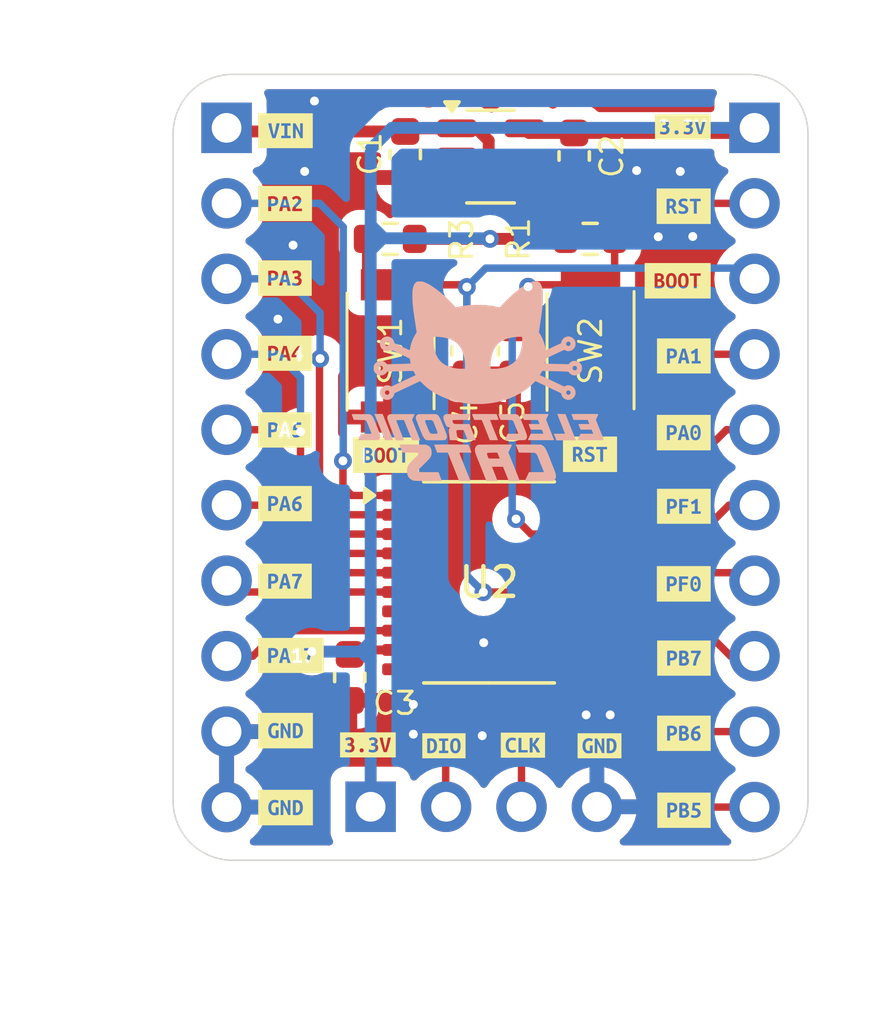
<source format=kicad_pcb>
(kicad_pcb (version 20240108) (generator "pcbnew") (generator_version "8.0")
  (layers (0 "F.Cu" signal) (31 "B.Cu" signal) (34 "B.Paste" user) (35 "F.Paste" user) (36 "B.SilkS" user "B.Silkscreen") (37 "F.SilkS" user "F.Silkscreen") (38 "B.Mask" user) (39 "F.Mask" user) (44 "Edge.Cuts" user))
  (net 0 "")
  (net 1 "VCC")
  (net 2 "GND")
  (net 3 "+3V3")
  (net 4 "/RST")
  (net 5 "/BOOT")
  (net 6 "/SWDIO")
  (net 7 "/SWCLK")
  (net 8 "/PA6")
  (net 9 "/PA5")
  (net 10 "/PA7")
  (net 11 "/PA4")
  (net 12 "/PA12")
  (net 13 "/PA2")
  (net 14 "/PA3")
  (net 15 "/PB6")
  (net 16 "/PB7")
  (net 17 "/PA0")
  (net 18 "/PF1")
  (net 19 "/PF0")
  (net 20 "/PA1")
  (net 21 "/PB5")
  (footprint "Connector_PinHeader_2.54mm:PinHeader_1x04_P2.54mm_Vertical" (layer "F.Cu") (at 85.4625 53.303375 90)
    (property "Reference" "J1" (hide yes))
    (property "Value" "SWD")
    (pad "1" thru_hole rect (at 0 0 90) (size 1.7 1.7) (drill 1) (layers "*.Cu" "*.Mask") (net 3 "+3V3"))
    (pad "2" thru_hole oval (at 0 2.54 90) (size 1.7 1.7) (drill 1) (layers "*.Cu" "*.Mask") (net 6 "/SWDIO"))
    (pad "3" thru_hole oval (at 0 5.08 90) (size 1.7 1.7) (drill 1) (layers "*.Cu" "*.Mask") (net 7 "/SWCLK"))
    (pad "4" thru_hole oval (at 0 7.62 90) (size 1.7 1.7) (drill 1) (layers "*.Cu" "*.Mask") (net 2 "GND"))
  )
  (footprint "kibuzzard-67B50C7B" (layer "F.Cu") (at 96.00748 40.71)
    (property "Reference" "kibuzzard-67B50C7B" (hide yes))
    (property "Value" "G***" (hide yes))
  )
  (footprint "kibuzzard-67B50C9F" (layer "F.Cu") (at 96.01475 53.42)
    (property "Reference" "kibuzzard-67B50C9F" (hide yes))
    (property "Value" "G***" (hide yes))
  )
  (footprint "kibuzzard-67B50C01" (layer "F.Cu") (at 82.581696 33)
    (property "Reference" "kibuzzard-67B50C01" (hide yes))
    (property "Value" "G***" (hide yes))
  )
  (footprint "Footprints:TS1088R02026" (layer "F.Cu") (at 86.1325 37.96 90)
    (property "Reference" "SW1" (at 0 0 90) (layer "F.SilkS") (effects (font (size 0.75 0.75) (thickness 0.1))))
    (property "Value" "RESET" (hide yes))
    (pad "1" smd rect (at -2.225 0 90) (size 1.05 2) (layers "F.Cu" "F.Paste" "F.Mask") (net 2 "GND"))
    (pad "2" smd rect (at 2.225 0 90) (size 1.05 2) (layers "F.Cu" "F.Paste" "F.Mask") (net 5 "/BOOT"))
  )
  (footprint "Footprints:TS1088R02026" (layer "F.Cu") (at 92.8675 37.96 90)
    (property "Reference" "SW2" (at 0 0 90) (layer "F.SilkS") (effects (font (size 0.75 0.75) (thickness 0.1))))
    (property "Value" "BOOT" (hide yes))
    (pad "1" smd rect (at -2.225 0 90) (size 1.05 2) (layers "F.Cu" "F.Paste" "F.Mask") (net 2 "GND"))
    (pad "2" smd rect (at 2.225 0 90) (size 1.05 2) (layers "F.Cu" "F.Paste" "F.Mask") (net 4 "/RST"))
  )
  (footprint "kibuzzard-67B50C92" (layer "F.Cu") (at 96.012326 48.3)
    (property "Reference" "kibuzzard-67B50C92" (hide yes))
    (property "Value" "G***" (hide yes))
  )
  (footprint "kibuzzard-67B50C05" (layer "F.Cu") (at 82.577254 35.51)
    (property "Reference" "kibuzzard-67B50C05" (hide yes))
    (property "Value" "G***" (hide yes))
  )
  (footprint "kibuzzard-646D3CA0" (layer "F.Cu") (at 93.17 51.25)
    (property "Reference" "kibuzzard-646D3CA0" (hide yes))
    (property "Value" "G***" (hide yes))
  )
  (footprint "Capacitor_SMD:C_0603_1608Metric" (layer "F.Cu") (at 88.7025 37.96 90)
    (property "Reference" "C4" (at -2.44 -0.0325 90) (layer "F.SilkS") (effects (font (size 0.75 0.75) (thickness 0.1))))
    (property "Value" "100nF")
    (pad "1" smd roundrect (at -0.775 0 90) (size 0.9 0.95) (layers "F.Cu" "F.Paste" "F.Mask") (net 2 "GND"))
    (pad "2" smd roundrect (at 0.775 0 90) (size 0.9 0.95) (layers "F.Cu" "F.Paste" "F.Mask") (net 5 "/BOOT"))
  )
  (footprint "Connector_PinHeader_2.54mm:PinHeader_1x10_P2.54mm_Vertical" (layer "F.Cu") (at 80.61 30.453375)
    (property "Reference" "J2" (hide yes))
    (property "Value" "Conn_01x10")
    (pad "1" thru_hole rect (at 0 0) (size 1.7 1.7) (drill 1) (layers "*.Cu" "*.Mask") (net 1 "VCC"))
    (pad "2" thru_hole oval (at 0 2.54) (size 1.7 1.7) (drill 1) (layers "*.Cu" "*.Mask") (net 13 "/PA2"))
    (pad "3" thru_hole oval (at 0 5.08) (size 1.7 1.7) (drill 1) (layers "*.Cu" "*.Mask") (net 14 "/PA3"))
    (pad "4" thru_hole oval (at 0 7.62) (size 1.7 1.7) (drill 1) (layers "*.Cu" "*.Mask") (net 11 "/PA4"))
    (pad "5" thru_hole oval (at 0 10.16) (size 1.7 1.7) (drill 1) (layers "*.Cu" "*.Mask") (net 9 "/PA5"))
    (pad "6" thru_hole oval (at 0 12.7) (size 1.7 1.7) (drill 1) (layers "*.Cu" "*.Mask") (net 8 "/PA6"))
    (pad "7" thru_hole oval (at 0 15.24) (size 1.7 1.7) (drill 1) (layers "*.Cu" "*.Mask") (net 10 "/PA7"))
    (pad "8" thru_hole oval (at 0 17.78) (size 1.7 1.7) (drill 1) (layers "*.Cu" "*.Mask") (net 12 "/PA12"))
    (pad "9" thru_hole oval (at 0 20.32) (size 1.7 1.7) (drill 1) (layers "*.Cu" "*.Mask") (net 2 "GND"))
    (pad "10" thru_hole oval (at 0 22.86) (size 1.7 1.7) (drill 1) (layers "*.Cu" "*.Mask") (net 2 "GND"))
  )
  (footprint "kibuzzard-67B50C75" (layer "F.Cu") (at 96.009903 38.13)
    (property "Reference" "kibuzzard-67B50C75" (hide yes))
    (property "Value" "G***" (hide yes))
  )
  (footprint "kibuzzard-67B50C29" (layer "F.Cu") (at 82.578062 45.71)
    (property "Reference" "kibuzzard-67B50C29" (hide yes))
    (property "Value" "G***" (hide yes))
  )
  (footprint "Capacitor_SMD:C_0603_1608Metric" (layer "F.Cu") (at 90.2725 37.96 90)
    (property "Reference" "C5" (at -2.41 -0.0225 90) (layer "F.SilkS") (effects (font (size 0.75 0.75) (thickness 0.1))))
    (property "Value" "100nF")
    (pad "1" smd roundrect (at -0.775 0 90) (size 0.9 0.95) (layers "F.Cu" "F.Paste" "F.Mask") (net 2 "GND"))
    (pad "2" smd roundrect (at 0.775 0 90) (size 0.9 0.95) (layers "F.Cu" "F.Paste" "F.Mask") (net 4 "/RST"))
  )
  (footprint "Resistor_SMD:R_0603_1608Metric" (layer "F.Cu") (at 86.12 34.19 180)
    (property "Reference" "R3" (at -2.4075 -0.03 90) (layer "F.SilkS") (effects (font (size 0.75 0.75) (thickness 0.1))))
    (property "Value" "10K")
    (pad "1" smd roundrect (at -0.825 0 180) (size 0.8 0.95) (layers "F.Cu" "F.Paste" "F.Mask") (net 3 "+3V3"))
    (pad "2" smd roundrect (at 0.825 0 180) (size 0.8 0.95) (layers "F.Cu" "F.Paste" "F.Mask") (net 5 "/BOOT"))
  )
  (footprint "kibuzzard-67B50C61" (layer "F.Cu") (at 96.003441 33.09)
    (property "Reference" "kibuzzard-67B50C61" (hide yes))
    (property "Value" "G***" (hide yes))
  )
  (footprint "kibuzzard-67B50BE4" (layer "F.Cu") (at 82.597044 53.33)
    (property "Reference" "kibuzzard-67B50BE4" (hide yes))
    (property "Value" "G***" (hide yes))
  )
  (footprint "kibuzzard-67B50C10" (layer "F.Cu") (at 82.575638 40.62)
    (property "Reference" "kibuzzard-67B50C10" (hide yes))
    (property "Value" "G***" (hide yes))
  )
  (footprint "kibuzzard-67B50C98" (layer "F.Cu") (at 96.011519 50.83)
    (property "Reference" "kibuzzard-67B50C98" (hide yes))
    (property "Value" "G***" (hide yes))
  )
  (footprint "Package_TO_SOT_SMD:SOT-23-5" (layer "F.Cu") (at 89.5 31.42)
    (property "Reference" "U1" (hide yes))
    (property "Value" "XC6220B331MR-G")
    (pad "1" smd roundrect (at -1.1375 -0.95) (size 1.325 0.6) (layers "F.Cu" "F.Paste" "F.Mask") (net 1 "VCC"))
    (pad "2" smd roundrect (at -1.1375 0) (size 1.325 0.6) (layers "F.Cu" "F.Paste" "F.Mask") (net 2 "GND"))
    (pad "3" smd roundrect (at -1.1375 0.95) (size 1.325 0.6) (layers "F.Cu" "F.Paste" "F.Mask") (net 1 "VCC"))
    (pad "4" smd roundrect (at 1.1375 0.95) (size 1.325 0.6) (layers "F.Cu" "F.Paste" "F.Mask"))
    (pad "5" smd roundrect (at 1.1375 -0.95) (size 1.325 0.6) (layers "F.Cu" "F.Paste" "F.Mask") (net 3 "+3V3"))
  )
  (footprint "kibuzzard-67B50C66" (layer "F.Cu") (at 95.801503 35.6)
    (property "Reference" "kibuzzard-67B50C66" (hide yes))
    (property "Value" "G***" (hide yes))
  )
  (footprint "kibuzzard-646D3CFD" (layer "F.Cu") (at 95.975835 30.42)
    (property "Reference" "kibuzzard-646D3CFD" (hide yes))
    (property "Value" "G***" (hide yes))
  )
  (footprint "Resistor_SMD:R_0603_1608Metric" (layer "F.Cu") (at 92.855 34.19)
    (property "Reference" "R1" (at -2.4175 0.01 90) (layer "F.SilkS") (effects (font (size 0.75 0.75) (thickness 0.1))))
    (property "Value" "10K")
    (pad "1" smd roundrect (at -0.825 0) (size 0.8 0.95) (layers "F.Cu" "F.Paste" "F.Mask") (net 3 "+3V3"))
    (pad "2" smd roundrect (at 0.825 0) (size 0.8 0.95) (layers "F.Cu" "F.Paste" "F.Mask") (net 4 "/RST"))
  )
  (footprint "kibuzzard-67B50C8C" (layer "F.Cu") (at 96.00748 45.8)
    (property "Reference" "kibuzzard-67B50C8C" (hide yes))
    (property "Value" "G***" (hide yes))
  )
  (footprint "Package_SO:TSSOP-20_4.4x6.5mm_P0.65mm" (layer "F.Cu") (at 89.45 45.75)
    (property "Reference" "U2" (at 0 0 0) (layer "F.SilkS"))
    (property "Value" "PY32F030F28P6TU")
    (pad "1" smd roundrect (at -2.8625 -2.925) (size 1.475 0.4) (layers "F.Cu" "F.Paste" "F.Mask") (net 13 "/PA2"))
    (pad "2" smd roundrect (at -2.8625 -2.275) (size 1.475 0.4) (layers "F.Cu" "F.Paste" "F.Mask") (net 14 "/PA3"))
    (pad "3" smd roundrect (at -2.8625 -1.625) (size 1.475 0.4) (layers "F.Cu" "F.Paste" "F.Mask") (net 11 "/PA4"))
    (pad "4" smd roundrect (at -2.8625 -0.975) (size 1.475 0.4) (layers "F.Cu" "F.Paste" "F.Mask") (net 9 "/PA5"))
    (pad "5" smd roundrect (at -2.8625 -0.325) (size 1.475 0.4) (layers "F.Cu" "F.Paste" "F.Mask") (net 8 "/PA6"))
    (pad "6" smd roundrect (at -2.8625 0.325) (size 1.475 0.4) (layers "F.Cu" "F.Paste" "F.Mask") (net 10 "/PA7"))
    (pad "7" smd roundrect (at -2.8625 0.975) (size 1.475 0.4) (layers "F.Cu" "F.Paste" "F.Mask") (net 2 "GND"))
    (pad "8" smd roundrect (at -2.8625 1.625) (size 1.475 0.4) (layers "F.Cu" "F.Paste" "F.Mask") (net 12 "/PA12"))
    (pad "9" smd roundrect (at -2.8625 2.275) (size 1.475 0.4) (layers "F.Cu" "F.Paste" "F.Mask") (net 3 "+3V3"))
    (pad "10" smd roundrect (at -2.8625 2.925) (size 1.475 0.4) (layers "F.Cu" "F.Paste" "F.Mask") (net 6 "/SWDIO"))
    (pad "11" smd roundrect (at 2.8625 2.925) (size 1.475 0.4) (layers "F.Cu" "F.Paste" "F.Mask") (net 7 "/SWCLK"))
    (pad "12" smd roundrect (at 2.8625 2.275) (size 1.475 0.4) (layers "F.Cu" "F.Paste" "F.Mask") (net 21 "/PB5"))
    (pad "13" smd roundrect (at 2.8625 1.625) (size 1.475 0.4) (layers "F.Cu" "F.Paste" "F.Mask") (net 15 "/PB6"))
    (pad "14" smd roundrect (at 2.8625 0.975) (size 1.475 0.4) (layers "F.Cu" "F.Paste" "F.Mask") (net 16 "/PB7"))
    (pad "15" smd roundrect (at 2.8625 0.325) (size 1.475 0.4) (layers "F.Cu" "F.Paste" "F.Mask") (net 5 "/BOOT"))
    (pad "16" smd roundrect (at 2.8625 -0.325) (size 1.475 0.4) (layers "F.Cu" "F.Paste" "F.Mask") (net 19 "/PF0"))
    (pad "17" smd roundrect (at 2.8625 -0.975) (size 1.475 0.4) (layers "F.Cu" "F.Paste" "F.Mask") (net 18 "/PF1"))
    (pad "18" smd roundrect (at 2.8625 -1.625) (size 1.475 0.4) (layers "F.Cu" "F.Paste" "F.Mask") (net 4 "/RST"))
    (pad "19" smd roundrect (at 2.8625 -2.275) (size 1.475 0.4) (layers "F.Cu" "F.Paste" "F.Mask") (net 17 "/PA0"))
    (pad "20" smd roundrect (at 2.8625 -2.925) (size 1.475 0.4) (layers "F.Cu" "F.Paste" "F.Mask") (net 20 "/PA1"))
  )
  (footprint "kibuzzard-646D3CFD" (layer "F.Cu") (at 85.37 51.22)
    (property "Reference" "kibuzzard-646D3CFD" (hide yes))
    (property "Value" "G***" (hide yes))
  )
  (footprint "kibuzzard-67B50CD8" (layer "F.Cu") (at 85.98 41.47)
    (property "Reference" "kibuzzard-67B50CD8" (hide yes))
    (property "Value" "G***" (hide yes))
  )
  (footprint "Connector_PinHeader_2.54mm:PinHeader_1x10_P2.54mm_Vertical" (layer "F.Cu") (at 98.39 30.453375)
    (property "Reference" "J3" (hide yes))
    (property "Value" "Conn_01x10")
    (pad "1" thru_hole rect (at 0 0) (size 1.7 1.7) (drill 1) (layers "*.Cu" "*.Mask") (net 3 "+3V3"))
    (pad "2" thru_hole oval (at 0 2.54) (size 1.7 1.7) (drill 1) (layers "*.Cu" "*.Mask") (net 4 "/RST"))
    (pad "3" thru_hole oval (at 0 5.08) (size 1.7 1.7) (drill 1) (layers "*.Cu" "*.Mask") (net 5 "/BOOT"))
    (pad "4" thru_hole oval (at 0 7.62) (size 1.7 1.7) (drill 1) (layers "*.Cu" "*.Mask") (net 20 "/PA1"))
    (pad "5" thru_hole oval (at 0 10.16) (size 1.7 1.7) (drill 1) (layers "*.Cu" "*.Mask") (net 17 "/PA0"))
    (pad "6" thru_hole oval (at 0 12.7) (size 1.7 1.7) (drill 1) (layers "*.Cu" "*.Mask") (net 18 "/PF1"))
    (pad "7" thru_hole oval (at 0 15.24) (size 1.7 1.7) (drill 1) (layers "*.Cu" "*.Mask") (net 19 "/PF0"))
    (pad "8" thru_hole oval (at 0 17.78) (size 1.7 1.7) (drill 1) (layers "*.Cu" "*.Mask") (net 16 "/PB7"))
    (pad "9" thru_hole oval (at 0 20.32) (size 1.7 1.7) (drill 1) (layers "*.Cu" "*.Mask") (net 15 "/PB6"))
    (pad "10" thru_hole oval (at 0 22.86) (size 1.7 1.7) (drill 1) (layers "*.Cu" "*.Mask") (net 21 "/PB5"))
  )
  (footprint "kibuzzard-67B50C0B" (layer "F.Cu") (at 82.586947 38.04)
    (property "Reference" "kibuzzard-67B50C0B" (hide yes))
    (property "Value" "G***" (hide yes))
  )
  (footprint "Capacitor_SMD:C_0603_1608Metric" (layer "F.Cu") (at 86.6275 31.35 -90)
    (property "Reference" "C1" (at -0.02 1.1875 90) (layer "F.SilkS") (effects (font (size 0.75 0.75) (thickness 0.1))))
    (property "Value" "10uF")
    (pad "1" smd roundrect (at -0.775 0 270) (size 0.9 0.95) (layers "F.Cu" "F.Paste" "F.Mask") (net 1 "VCC"))
    (pad "2" smd roundrect (at 0.775 0 270) (size 0.9 0.95) (layers "F.Cu" "F.Paste" "F.Mask") (net 2 "GND"))
  )
  (footprint "kibuzzard-646D3CAB" (layer "F.Cu") (at 87.93 51.25)
    (property "Reference" "kibuzzard-646D3CAB" (hide yes))
    (property "Value" "G***" (hide yes))
  )
  (footprint "Capacitor_SMD:C_0603_1608Metric" (layer "F.Cu") (at 84.76 48.95 -90)
    (property "Reference" "C3" (at 0.87 -1.51 180) (layer "F.SilkS") (effects (font (size 0.75 0.75) (thickness 0.1))))
    (property "Value" "10uF")
    (pad "1" smd roundrect (at -0.775 0 270) (size 0.9 0.95) (layers "F.Cu" "F.Paste" "F.Mask") (net 3 "+3V3"))
    (pad "2" smd roundrect (at 0.775 0 270) (size 0.9 0.95) (layers "F.Cu" "F.Paste" "F.Mask") (net 2 "GND"))
  )
  (footprint "Capacitor_SMD:C_0603_1608Metric" (layer "F.Cu") (at 92.3175 31.4 -90)
    (property "Reference" "C2" (at 0.01 -1.2625 270) (layer "F.SilkS") (effects (font (size 0.75 0.75) (thickness 0.1))))
    (property "Value" "10uF")
    (pad "1" smd roundrect (at -0.775 0 270) (size 0.9 0.95) (layers "F.Cu" "F.Paste" "F.Mask") (net 3 "+3V3"))
    (pad "2" smd roundrect (at 0.775 0 270) (size 0.9 0.95) (layers "F.Cu" "F.Paste" "F.Mask") (net 2 "GND"))
  )
  (footprint "kibuzzard-67B50BF3" (layer "F.Cu") (at 82.595024 30.55)
    (property "Reference" "kibuzzard-67B50BF3" (hide yes))
    (property "Value" "G***" (hide yes))
  )
  (footprint "kibuzzard-67B50C2D" (layer "F.Cu") (at 82.78 48.21)
    (property "Reference" "kibuzzard-67B50C2D" (hide yes))
    (property "Value" "G***" (hide yes))
  )
  (footprint "kibuzzard-67B50BE9" (layer "F.Cu") (at 82.597044 50.74)
    (property "Reference" "kibuzzard-67B50BE9" (hide yes))
    (property "Value" "G***" (hide yes))
  )
  (footprint "kibuzzard-646D3CBC" (layer "F.Cu") (at 90.59 51.23)
    (property "Reference" "kibuzzard-646D3CBC" (hide yes))
    (property "Value" "G***" (hide yes))
  )
  (footprint "kibuzzard-67B50C80" (layer "F.Cu") (at 96.009903 43.19)
    (property "Reference" "kibuzzard-67B50C80" (hide yes))
    (property "Value" "G***" (hide yes))
  )
  (footprint "kibuzzard-67B50C14" (layer "F.Cu") (at 82.578869 43.1)
    (property "Reference" "kibuzzard-67B50C14" (hide yes))
    (property "Value" "G***" (hide yes))
  )
  (footprint "kibuzzard-67B50CE1" (layer "F.Cu") (at 92.85 41.44)
    (property "Reference" "kibuzzard-67B50CE1" (hide yes))
    (property "Value" "G***" (hide yes))
  )
  (footprint "Aesthetics:electronic_cats_logo_8x6" (layer "B.Cu") (at 89.07 38.98 180)
    (property "Reference" "G***" (hide yes))
    (property "Value" "LOGO" (hide yes))
  )
  (gr_arc (start 78.81 30.653375) (mid 79.395786 29.239161) (end 80.81 28.653375) (stroke (width 0.05)) (layer "Edge.Cuts"))
  (gr_line (start 78.81 53.103375) (end 78.81 30.653375) (stroke (width 0.05)) (layer "Edge.Cuts"))
  (gr_arc (start 80.81 55.103375) (mid 79.395786 54.517589) (end 78.81 53.103375) (stroke (width 0.05)) (layer "Edge.Cuts"))
  (gr_arc (start 100.19 53.103375) (mid 99.604214 54.517589) (end 98.19 55.103375) (stroke (width 0.05)) (layer "Edge.Cuts"))
  (gr_line (start 98.19 55.103375) (end 80.81 55.103375) (stroke (width 0.05)) (layer "Edge.Cuts"))
  (gr_arc (start 98.19 28.653375) (mid 99.604214 29.239161) (end 100.19 30.653375) (stroke (width 0.05)) (layer "Edge.Cuts"))
  (gr_line (start 100.19 30.653375) (end 100.19 53.103375) (stroke (width 0.05)) (layer "Edge.Cuts"))
  (gr_line (start 80.81 28.653375) (end 98.19 28.653375) (stroke (width 0.05)) (layer "Edge.Cuts"))
  (segment (start 86.7325 30.47) (end 86.6275 30.575) (width 0.4) (layer "F.Cu") (net 1))
  (segment (start 89.024999 30.47) (end 89.4375 30.882501) (width 0.4) (layer "F.Cu") (net 1))
  (segment (start 89.024999 32.37) (end 88.3625 32.37) (width 0.4) (layer "F.Cu") (net 1))
  (segment (start 88.3625 30.47) (end 86.7325 30.47) (width 0.4) (layer "F.Cu") (net 1))
  (segment (start 86.515875 30.463375) (end 86.6275 30.575) (width 0.4) (layer "F.Cu") (net 1))
  (segment (start 80.731625 30.575) (end 80.61 30.453375) (width 0.4) (layer "F.Cu") (net 1))
  (segment (start 89.4375 30.882501) (end 89.4375 31.957499) (width 0.4) (layer "F.Cu") (net 1))
  (segment (start 86.6275 30.575) (end 80.731625 30.575) (width 0.4) (layer "F.Cu") (net 1))
  (segment (start 80.754626 30.308749) (end 80.61 30.453375) (width 0.4) (layer "F.Cu") (net 1))
  (segment (start 89.4375 31.957499) (end 89.024999 32.37) (width 0.4) (layer "F.Cu") (net 1))
  (segment (start 88.3625 30.47) (end 89.024999 30.47) (width 0.4) (layer "F.Cu") (net 1))
  (segment (start 88.055 46.725) (end 88.07 46.74) (width 0.25) (layer "F.Cu") (net 2))
  (segment (start 86.5875 46.725) (end 88.055 46.725) (width 0.25) (layer "F.Cu") (net 2))
  (segment (start 86.6275 32.125) (end 87.3325 31.42) (width 0.4) (layer "F.Cu") (net 2))
  (segment (start 87.3325 31.42) (end 88.3625 31.42) (width 0.4) (layer "F.Cu") (net 2))
  (via (at 95.15 34.12) (size 0.6) (drill 0.3) (layers "F.Cu" "B.Cu") (net 2))
  (via (at 96.31 34.11) (size 0.6) (drill 0.3) (layers "F.Cu" "B.Cu") (net 2))
  (via (at 94.42 31.89) (size 0.6) (drill 0.3) (layers "F.Cu" "B.Cu") (net 2))
  (via (at 86.9 49.86) (size 0.6) (drill 0.3) (layers "F.Cu" "B.Cu") (net 2))
  (via (at 93.53 50.21) (size 0.6) (drill 0.3) (layers "F.Cu" "B.Cu") (net 2))
  (via (at 82.34 36.89) (size 0.6) (drill 0.3) (layers "F.Cu" "B.Cu") (net 2))
  (via (at 89.22 50.91) (size 0.6) (drill 0.3) (layers "F.Cu" "B.Cu") (net 2))
  (via (at 82.85 34.4) (size 0.6) (drill 0.3) (layers "F.Cu" "B.Cu") (net 2))
  (via (at 86.9 50.86) (size 0.6) (drill 0.3) (layers "F.Cu" "B.Cu") (net 2))
  (via (at 83.57 29.55) (size 0.6) (drill 0.3) (layers "F.Cu" "B.Cu") (net 2))
  (via (at 95.89 31.92) (size 0.6) (drill 0.3) (layers "F.Cu" "B.Cu") (net 2))
  (via (at 89.27 47.78) (size 0.6) (drill 0.3) (layers "F.Cu" "B.Cu") (net 2))
  (via (at 92.72 50.21) (size 0.6) (drill 0.3) (layers "F.Cu" "B.Cu") (net 2))
  (via (at 83.24 31.92) (size 0.6) (drill 0.3) (layers "F.Cu" "B.Cu") (net 2))
  (segment (start 92.03 34.19) (end 89.48 34.19) (width 0.4) (layer "F.Cu") (net 3))
  (segment (start 89.19 34.19) (end 86.945 34.19) (width 0.4) (layer "F.Cu") (net 3))
  (segment (start 92.3175 30.625) (end 98.218375 30.625) (width 0.4) (layer "F.Cu") (net 3))
  (segment (start 86.5875 48.025) (end 84.91 48.025) (width 0.3) (layer "F.Cu") (net 3))
  (segment (start 84.91 48.025) (end 84.76 48.175) (width 0.3) (layer "F.Cu") (net 3))
  (segment (start 92.412126 30.719626) (end 92.3175 30.625) (width 0.4) (layer "F.Cu") (net 3))
  (segment (start 84.665 48.08) (end 83.48 48.08) (width 0.3) (layer "F.Cu") (net 3))
  (segment (start 90.7925 30.625) (end 90.6375 30.47) (width 0.4) (layer "F.Cu") (net 3))
  (segment (start 89.48 34.19) (end 89.19 34.19) (width 0.4) (layer "F.Cu") (net 3))
  (segment (start 98.218375 30.625) (end 98.39 30.453375) (width 0.4) (layer "F.Cu") (net 3))
  (segment (start 92.3175 30.625) (end 90.7925 30.625) (width 0.4) (layer "F.Cu") (net 3))
  (segment (start 85.4625 53.303375) (end 85.2 53.040875) (width 0.4) (layer "F.Cu") (net 3))
  (segment (start 84.76 48.175) (end 84.665 48.08) (width 0.3) (layer "F.Cu") (net 3))
  (via (at 89.48 34.19) (size 0.6) (drill 0.3) (layers "F.Cu" "B.Cu") (net 3))
  (via (at 83.48 48.08) (size 0.6) (drill 0.3) (layers "F.Cu" "B.Cu") (net 3))
  (segment (start 85.4625 33.75) (end 85.49 33.75) (width 0.4) (layer "B.Cu") (net 3))
  (segment (start 85.8725 34.17) (end 85.4625 34.58) (width 0.4) (layer "B.Cu") (net 3))
  (segment (start 85.4525 48.08) (end 85.4625 48.09) (width 0.4) (layer "B.Cu") (net 3))
  (segment (start 85.91 34.17) (end 85.8725 34.17) (width 0.4) (layer "B.Cu") (net 3))
  (segment (start 85.1325 48.08) (end 85.4625 47.75) (width 0.4) (layer "B.Cu") (net 3))
  (segment (start 85.4625 34.58) (end 85.4625 34.17) (width 0.4) (layer "B.Cu") (net 3))
  (segment (start 85.91 34.17) (end 89.46 34.17) (width 0.4) (layer "B.Cu") (net 3))
  (segment (start 85.08 48.08) (end 85.4525 48.08) (width 0.4) (layer "B.Cu") (net 3))
  (segment (start 89.46 34.17) (end 89.48 34.19) (width 0.4) (layer "B.Cu") (net 3))
  (segment (start 85.4625 33.75) (end 85.4625 31.1675) (width 0.4) (layer "B.Cu") (net 3))
  (segment (start 85.4625 47.75) (end 85.4625 34.58) (width 0.4) (layer "B.Cu") (net 3))
  (segment (start 85.49 33.75) (end 85.91 34.17) (width 0.4) (layer "B.Cu") (net 3))
  (segment (start 83.48 48.08) (end 85.08 48.08) (width 0.4) (layer "B.Cu") (net 3))
  (segment (start 85.4625 53.303375) (end 85.4625 48.39) (width 0.4) (layer "B.Cu") (net 3))
  (segment (start 85.4625 34.17) (end 85.4625 33.75) (width 0.4) (layer "B.Cu") (net 3))
  (segment (start 85.4625 34.17) (end 85.91 34.17) (width 0.4) (layer "B.Cu") (net 3))
  (segment (start 85.08 48.08) (end 85.1325 48.08) (width 0.4) (layer "B.Cu") (net 3))
  (segment (start 85.4625 48.39) (end 85.4625 47.75) (width 0.4) (layer "B.Cu") (net 3))
  (segment (start 85.4625 31.1675) (end 86.176625 30.453375) (width 0.4) (layer "B.Cu") (net 3))
  (segment (start 86.176625 30.453375) (end 98.39 30.453375) (width 0.4) (layer "B.Cu") (net 3))
  (segment (start 85.1325 48.08) (end 85.1525 48.08) (width 0.4) (layer "B.Cu") (net 3))
  (segment (start 85.1525 48.08) (end 85.4625 48.39) (width 0.4) (layer "B.Cu") (net 3))
  (segment (start 90.765 35.8) (end 90.83 35.735) (width 0.25) (layer "F.Cu") (net 4))
  (segment (start 94.463375 33.016625) (end 94.463375 32.993375) (width 0.25) (layer "F.Cu") (net 4))
  (segment (start 90.765 35.8) (end 90.2725 36.2925) (width 0.25) (layer "F.Cu") (net 4))
  (segment (start 92.3125 44.125) (end 90.865 44.125) (width 0.25) (layer "F.Cu") (net 4))
  (segment (start 93.68 34.19) (end 93.68 33.8) (width 0.25) (layer "F.Cu") (net 4))
  (segment (start 94.463375 32.993375) (end 98.39 32.993375) (width 0.25) (layer "F.Cu") (net 4))
  (segment (start 93.68 33.8) (end 94.463375 33.016625) (width 0.25) (layer "F.Cu") (net 4))
  (segment (start 90.2725 36.2925) (end 90.2725 37.185) (width 0.25) (layer "F.Cu") (net 4))
  (segment (start 93.68 35.735) (end 93.68 34.19) (width 0.25) (layer "F.Cu") (net 4))
  (segment (start 90.865 44.125) (end 90.36 43.62) (width 0.25) (layer "F.Cu") (net 4))
  (segment (start 90.83 35.735) (end 92.8675 35.735) (width 0.25) (layer "F.Cu") (net 4))
  (segment (start 92.8675 35.735) (end 93.68 35.735) (width 0.25) (layer "F.Cu") (net 4))
  (via (at 90.36 43.62) (size 0.6) (drill 0.3) (layers "F.Cu" "B.Cu") (net 4))
  (via (at 90.765 35.8) (size 0.6) (drill 0.3) (layers "F.Cu" "B.Cu") (net 4))
  (segment (start 90.23 36.335) (end 90.23 43.49) (width 0.25) (layer "B.Cu") (net 4))
  (segment (start 90.765 35.8) (end 90.23 36.335) (width 0.25) (layer "B.Cu") (net 4))
  (segment (start 90.23 43.49) (end 90.36 43.62) (width 0.25) (layer "B.Cu") (net 4))
  (segment (start 86.1325 35.735) (end 88.6275 35.735) (width 0.25) (layer "F.Cu") (net 5))
  (segment (start 88.6275 35.735) (end 88.7025 35.81) (width 0.25) (layer "F.Cu") (net 5))
  (segment (start 89.265 46.075) (end 92.3125 46.075) (width 0.25) (layer "F.Cu") (net 5))
  (segment (start 85.295 34.19) (end 85.295 35.735) (width 0.25) (layer "F.Cu") (net 5))
  (segment (start 88.7025 35.81) (end 88.7025 37.185) (width 0.25) (layer "F.Cu") (net 5))
  (segment (start 85.295 35.735) (end 86.1325 35.735) (width 0.25) (layer "F.Cu") (net 5))
  (segment (start 89.26 46.08) (end 89.265 46.075) (width 0.25) (layer "F.Cu") (net 5))
  (via (at 88.7025 35.81) (size 0.6) (drill 0.3) (layers "F.Cu" "B.Cu") (net 5))
  (via (at 89.26 46.08) (size 0.6) (drill 0.3) (layers "F.Cu" "B.Cu") (net 5))
  (segment (start 88.7025 35.81) (end 89.3375 35.175) (width 0.25) (layer "B.Cu") (net 5))
  (segment (start 88.7025 35.81) (end 88.7025 45.5225) (width 0.25) (layer "B.Cu") (net 5))
  (segment (start 88.7025 45.5225) (end 89.26 46.08) (width 0.25) (layer "B.Cu") (net 5))
  (segment (start 98.031625 35.175) (end 98.39 35.533375) (width 0.25) (layer "B.Cu") (net 5))
  (segment (start 89.3375 35.175) (end 98.031625 35.175) (width 0.25) (layer "B.Cu") (net 5))
  (segment (start 86.5875 48.675) (end 87.625 48.675) (width 0.25) (layer "F.Cu") (net 6))
  (segment (start 87.99 53.290875) (end 88.0025 53.303375) (width 0.25) (layer "F.Cu") (net 6))
  (segment (start 87.99 49.04) (end 87.99 53.290875) (width 0.25) (layer "F.Cu") (net 6))
  (segment (start 87.625 48.675) (end 87.99 49.04) (width 0.25) (layer "F.Cu") (net 6))
  (segment (start 90.5425 49.3175) (end 91.185 48.675) (width 0.25) (layer "F.Cu") (net 7))
  (segment (start 90.5425 53.100875) (end 90.5425 49.3175) (width 0.25) (layer "F.Cu") (net 7))
  (segment (start 90.34 53.303375) (end 90.5425 53.100875) (width 0.25) (layer "F.Cu") (net 7))
  (segment (start 91.185 48.675) (end 92.3125 48.675) (width 0.25) (layer "F.Cu") (net 7))
  (segment (start 82.455 45.425) (end 81.95 44.92) (width 0.25) (layer "F.Cu") (net 8))
  (segment (start 86.5875 45.425) (end 82.455 45.425) (width 0.25) (layer "F.Cu") (net 8))
  (segment (start 81.723375 43.153375) (end 80.61 43.153375) (width 0.25) (layer "F.Cu") (net 8))
  (segment (start 81.95 44.92) (end 81.95 43.38) (width 0.25) (layer "F.Cu") (net 8))
  (segment (start 81.95 43.38) (end 81.723375 43.153375) (width 0.25) (layer "F.Cu") (net 8))
  (segment (start 86.5875 44.775) (end 83.325 44.775) (width 0.25) (layer "F.Cu") (net 9))
  (segment (start 82.55 44) (end 82.55 41.42) (width 0.25) (layer "F.Cu") (net 9))
  (segment (start 81.743375 40.613375) (end 80.61 40.613375) (width 0.25) (layer "F.Cu") (net 9))
  (segment (start 82.55 41.42) (end 81.743375 40.613375) (width 0.25) (layer "F.Cu") (net 9))
  (segment (start 83.325 44.775) (end 82.55 44) (width 0.25) (layer "F.Cu") (net 9))
  (segment (start 86.5875 46.075) (end 80.991625 46.075) (width 0.25) (layer "F.Cu") (net 10))
  (segment (start 80.991625 46.075) (end 80.61 45.693375) (width 0.25) (layer "F.Cu") (net 10))
  (segment (start 83.1 40.68) (end 83.1 43.39) (width 0.25) (layer "F.Cu") (net 11))
  (segment (start 83.1 43.39) (end 83.835 44.125) (width 0.25) (layer "F.Cu") (net 11))
  (segment (start 83.835 44.125) (end 86.5875 44.125) (width 0.25) (layer "F.Cu") (net 11))
  (via (at 83.1 40.68) (size 0.6) (drill 0.3) (layers "F.Cu" "B.Cu") (net 11))
  (segment (start 82.323375 38.073375) (end 80.61 38.073375) (width 0.25) (layer "B.Cu") (net 11))
  (segment (start 83.1 38.85) (end 82.323375 38.073375) (width 0.25) (layer "B.Cu") (net 11))
  (segment (start 83.1 40.68) (end 83.1 38.85) (width 0.25) (layer "B.Cu") (net 11))
  (segment (start 82.355 47.375) (end 81.496625 48.233375) (width 0.25) (layer "F.Cu") (net 12))
  (segment (start 81.496625 48.233375) (end 80.61 48.233375) (width 0.25) (layer "F.Cu") (net 12))
  (segment (start 86.5875 47.375) (end 82.355 47.375) (width 0.25) (layer "F.Cu") (net 12))
  (segment (start 84.53 41.66) (end 84.53 42.53) (width 0.25) (layer "F.Cu") (net 13))
  (segment (start 84.53 42.53) (end 84.825 42.825) (width 0.25) (layer "F.Cu") (net 13))
  (segment (start 84.825 42.825) (end 86.5875 42.825) (width 0.25) (layer "F.Cu") (net 13))
  (via (at 84.53 41.66) (size 0.6) (drill 0.3) (layers "F.Cu" "B.Cu") (net 13))
  (segment (start 84.53 41.66) (end 84.54 41.65) (width 0.25) (layer "B.Cu") (net 13))
  (segment (start 83.743375 32.993375) (end 80.61 32.993375) (width 0.25) (layer "B.Cu") (net 13))
  (segment (start 84.54 33.79) (end 83.743375 32.993375) (width 0.25) (layer "B.Cu") (net 13))
  (segment (start 84.54 41.65) (end 84.54 33.79) (width 0.25) (layer "B.Cu") (net 13))
  (segment (start 84.395 43.475) (end 86.5875 43.475) (width 0.25) (layer "F.Cu") (net 14))
  (segment (start 83.74 42.82) (end 84.395 43.475) (width 0.25) (layer "F.Cu") (net 14))
  (segment (start 83.76 38.22) (end 83.74 38.24) (width 0.25) (layer "F.Cu") (net 14))
  (segment (start 83.74 38.24) (end 83.74 42.82) (width 0.25) (layer "F.Cu") (net 14))
  (via (at 83.76 38.22) (size 0.6) (drill 0.3) (layers "F.Cu" "B.Cu") (net 14))
  (segment (start 83.76 36.68) (end 82.613375 35.533375) (width 0.25) (layer "B.Cu") (net 14))
  (segment (start 82.613375 35.533375) (end 80.61 35.533375) (width 0.25) (layer "B.Cu") (net 14))
  (segment (start 83.76 38.22) (end 83.76 36.68) (width 0.25) (layer "B.Cu") (net 14))
  (segment (start 92.3125 47.375) (end 94.995 47.375) (width 0.25) (layer "F.Cu") (net 15))
  (segment (start 96.21 50.06) (end 96.923375 50.773375) (width 0.25) (layer "F.Cu") (net 15))
  (segment (start 96.923375 50.773375) (end 98.39 50.773375) (width 0.25) (layer "F.Cu") (net 15))
  (segment (start 96.21 48.59) (end 96.21 50.06) (width 0.25) (layer "F.Cu") (net 15))
  (segment (start 94.995 47.375) (end 96.21 48.59) (width 0.25) (layer "F.Cu") (net 15))
  (segment (start 92.3125 46.725) (end 96.075 46.725) (width 0.25) (layer "F.Cu") (net 16))
  (segment (start 97.583375 48.233375) (end 98.39 48.233375) (width 0.25) (layer "F.Cu") (net 16))
  (segment (start 96.075 46.725) (end 97.583375 48.233375) (width 0.25) (layer "F.Cu") (net 16))
  (segment (start 95.675 43.475) (end 96.55 42.6) (width 0.25) (layer "F.Cu") (net 17))
  (segment (start 92.3125 43.475) (end 95.675 43.475) (width 0.25) (layer "F.Cu") (net 17))
  (segment (start 96.55 42.6) (end 96.55 41.51) (width 0.25) (layer "F.Cu") (net 17))
  (segment (start 97.446625 40.613375) (end 98.39 40.613375) (width 0.25) (layer "F.Cu") (net 17))
  (segment (start 96.55 41.51) (end 97.446625 40.613375) (width 0.25) (layer "F.Cu") (net 17))
  (segment (start 95.905 44.775) (end 97.526625 43.153375) (width 0.25) (layer "F.Cu") (net 18))
  (segment (start 92.3125 44.775) (end 95.905 44.775) (width 0.25) (layer "F.Cu") (net 18))
  (segment (start 97.526625 43.153375) (end 98.39 43.153375) (width 0.25) (layer "F.Cu") (net 18))
  (segment (start 98.108375 45.425) (end 98.383375 45.7) (width 0.25) (layer "F.Cu") (net 19))
  (segment (start 98.383375 45.7) (end 98.39 45.693375) (width 0.25) (layer "F.Cu") (net 19))
  (segment (start 92.3125 45.425) (end 98.108375 45.425) (width 0.25) (layer "F.Cu") (net 19))
  (segment (start 96.526625 38.073375) (end 98.39 38.073375) (width 0.25) (layer "F.Cu") (net 20))
  (segment (start 95.7 41.94) (end 95.7 38.9) (width 0.25) (layer "F.Cu") (net 20))
  (segment (start 92.3125 42.825) (end 94.815 42.825) (width 0.25) (layer "F.Cu") (net 20))
  (segment (start 95.7 38.9) (end 96.526625 38.073375) (width 0.25) (layer "F.Cu") (net 20))
  (segment (start 94.815 42.825) (end 95.7 41.94) (width 0.25) (layer "F.Cu") (net 20))
  (segment (start 94.825 48.025) (end 95.49 48.69) (width 0.25) (layer "F.Cu") (net 21))
  (segment (start 95.49 52.45) (end 96.353375 53.313375) (width 0.25) (layer "F.Cu") (net 21))
  (segment (start 96.353375 53.313375) (end 98.39 53.313375) (width 0.25) (layer "F.Cu") (net 21))
  (segment (start 95.49 48.69) (end 95.49 52.45) (width 0.25) (layer "F.Cu") (net 21))
  (segment (start 92.3125 48.025) (end 94.825 48.025) (width 0.25) (layer "F.Cu") (net 21))
  (zone (net 2) (net_name "GND") (layers "F&B.Cu") (connect_pads (clearance 0.5)) (min_thickness 0.25) (fill yes (thermal_gap 0.5) (thermal_bridge_width 0.5))
    (polygon (pts (xy 73.68 26.15) (xy 102.66 26.15) (xy 102.66 59.67) (xy 101.71 60.62) (xy 74.81 60.62) (xy 72.98 58.79) (xy 72.98 26.85)))
  )
)
</source>
